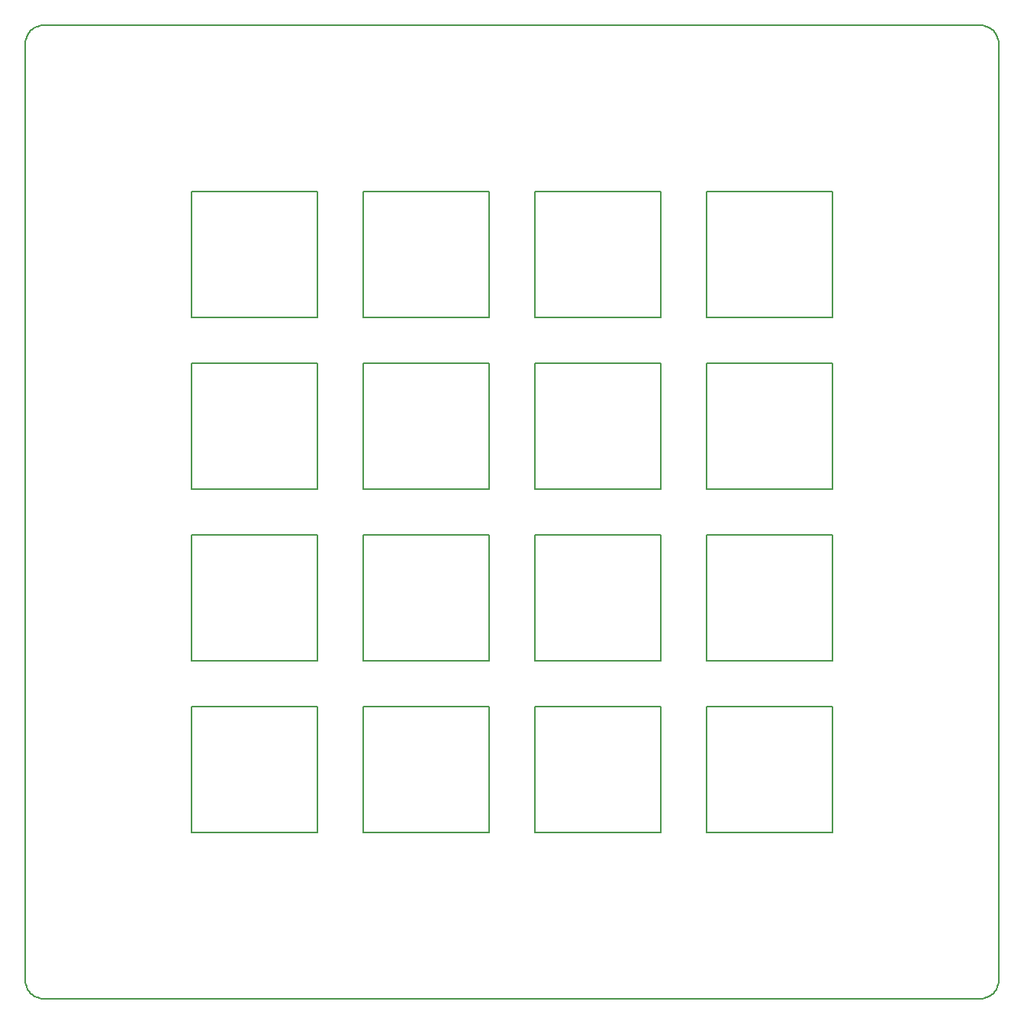
<source format=gm1>
G04 #@! TF.GenerationSoftware,KiCad,Pcbnew,(5.1.6)-1*
G04 #@! TF.CreationDate,2020-08-22T19:02:41+02:00*
G04 #@! TF.ProjectId,europa-switch-plate,6575726f-7061-42d7-9377-697463682d70,rev?*
G04 #@! TF.SameCoordinates,Original*
G04 #@! TF.FileFunction,Profile,NP*
%FSLAX46Y46*%
G04 Gerber Fmt 4.6, Leading zero omitted, Abs format (unit mm)*
G04 Created by KiCad (PCBNEW (5.1.6)-1) date 2020-08-22 19:02:41*
%MOMM*%
%LPD*%
G01*
G04 APERTURE LIST*
G04 #@! TA.AperFunction,Profile*
%ADD10C,0.200000*%
G04 #@! TD*
G04 APERTURE END LIST*
D10*
X115381253Y-61912500D02*
X115381253Y-75912501D01*
X167481250Y-75912501D02*
X167481250Y-61912500D01*
X134431253Y-119062500D02*
X134431253Y-133062499D01*
X202956252Y-151487500D02*
X98956252Y-151487500D01*
X115381253Y-94962499D02*
X129381254Y-94962499D01*
X186531252Y-114012498D02*
X186531252Y-100012498D01*
X115381253Y-133062499D02*
X129381254Y-133062499D01*
X172531253Y-100012498D02*
X172531253Y-114012498D01*
X172531253Y-119062500D02*
X172531253Y-133062499D01*
X172531253Y-114012498D02*
X186531252Y-114012498D01*
X153481251Y-100012498D02*
X153481251Y-114012498D01*
X148431252Y-133062499D02*
X148431252Y-119062500D01*
X167481250Y-114012498D02*
X167481250Y-100012498D01*
X167481250Y-133062499D02*
X167481250Y-119062500D01*
X134431253Y-133062499D02*
X148431252Y-133062499D01*
X167481250Y-100012498D02*
X153481251Y-100012498D01*
X153481251Y-119062500D02*
X153481251Y-133062499D01*
X172531253Y-94962499D02*
X186531252Y-94962499D01*
X172531253Y-133062499D02*
X186531252Y-133062499D01*
X134431253Y-94962499D02*
X148431252Y-94962499D01*
X129381254Y-75912501D02*
X129381254Y-61912500D01*
X134431253Y-100012498D02*
X134431253Y-114012498D01*
X153481251Y-80962500D02*
X153481251Y-94962499D01*
X186531252Y-119062500D02*
X172531253Y-119062500D01*
X129381254Y-80962500D02*
X115381253Y-80962500D01*
X134431253Y-75912501D02*
X148431252Y-75912501D01*
X129381254Y-133062499D02*
X129381254Y-119062500D01*
X129381254Y-119062500D02*
X115381253Y-119062500D01*
X167481250Y-61912500D02*
X153481251Y-61912500D01*
X153481251Y-133062499D02*
X167481250Y-133062499D01*
X204956252Y-149487500D02*
X204945926Y-149691988D01*
X204945926Y-149691988D02*
X204915619Y-149890569D01*
X204915619Y-149890569D02*
X204834892Y-150175166D01*
X204834892Y-150175166D02*
X204714862Y-150440818D01*
X204714862Y-150440818D02*
X204558922Y-150684131D01*
X204558922Y-150684131D02*
X204370465Y-150901713D01*
X204370465Y-150901713D02*
X204152884Y-151090170D01*
X204152884Y-151090170D02*
X203909570Y-151246110D01*
X203909570Y-151246110D02*
X203643919Y-151366140D01*
X203643919Y-151366140D02*
X203359321Y-151446867D01*
X203359321Y-151446867D02*
X203160740Y-151477174D01*
X203160740Y-151477174D02*
X202956252Y-151487500D01*
X153481251Y-61912500D02*
X153481251Y-75912501D01*
X129381254Y-61912500D02*
X115381253Y-61912500D01*
X186531252Y-133062499D02*
X186531252Y-119062500D01*
X98956252Y-43487500D02*
X202956252Y-43487500D01*
X115381253Y-119062500D02*
X115381253Y-133062499D01*
X148431252Y-80962500D02*
X134431253Y-80962500D01*
X202956252Y-43487500D02*
X203160740Y-43497825D01*
X203160740Y-43497825D02*
X203359321Y-43528132D01*
X203359321Y-43528132D02*
X203643919Y-43608859D01*
X203643919Y-43608859D02*
X203909570Y-43728889D01*
X203909570Y-43728889D02*
X204152884Y-43884829D01*
X204152884Y-43884829D02*
X204370465Y-44073286D01*
X204370465Y-44073286D02*
X204558922Y-44290867D01*
X204558922Y-44290867D02*
X204714862Y-44534181D01*
X204714862Y-44534181D02*
X204834892Y-44799832D01*
X204834892Y-44799832D02*
X204915619Y-45084430D01*
X204915619Y-45084430D02*
X204945926Y-45283011D01*
X204945926Y-45283011D02*
X204956252Y-45487500D01*
X204956252Y-45487500D02*
X204956252Y-149487500D01*
X115381253Y-75912501D02*
X129381254Y-75912501D01*
X148431252Y-119062500D02*
X134431253Y-119062500D01*
X186531252Y-100012498D02*
X172531253Y-100012498D01*
X129381254Y-100012498D02*
X115381253Y-100012498D01*
X172531253Y-61912500D02*
X172531253Y-75912501D01*
X129381254Y-94962499D02*
X129381254Y-80962500D01*
X186531252Y-61912500D02*
X172531253Y-61912500D01*
X186531252Y-75912501D02*
X186531252Y-61912500D01*
X148431252Y-100012498D02*
X134431253Y-100012498D01*
X148431252Y-61912500D02*
X134431253Y-61912500D01*
X153481251Y-94962499D02*
X167481250Y-94962499D01*
X148431252Y-114012498D02*
X148431252Y-100012498D01*
X153481251Y-114012498D02*
X167481250Y-114012498D01*
X153481251Y-75912501D02*
X167481250Y-75912501D01*
X134431253Y-61912500D02*
X134431253Y-75912501D01*
X129381254Y-114012498D02*
X129381254Y-100012498D01*
X167481250Y-80962500D02*
X153481251Y-80962500D01*
X148431252Y-94962499D02*
X148431252Y-80962500D01*
X186531252Y-80962500D02*
X172531253Y-80962500D01*
X134431253Y-80962500D02*
X134431253Y-94962499D01*
X115381253Y-100012498D02*
X115381253Y-114012498D01*
X148431252Y-75912501D02*
X148431252Y-61912500D01*
X115381253Y-114012498D02*
X129381254Y-114012498D01*
X186531252Y-94962499D02*
X186531252Y-80962500D01*
X172531253Y-75912501D02*
X186531252Y-75912501D01*
X115381253Y-80962500D02*
X115381253Y-94962499D01*
X96956252Y-149487500D02*
X96956252Y-45487500D01*
X134431253Y-114012498D02*
X148431252Y-114012498D01*
X96956252Y-45487500D02*
X96966577Y-45283011D01*
X96966577Y-45283011D02*
X96996884Y-45084430D01*
X96996884Y-45084430D02*
X97077611Y-44799832D01*
X97077611Y-44799832D02*
X97197641Y-44534181D01*
X97197641Y-44534181D02*
X97353581Y-44290867D01*
X97353581Y-44290867D02*
X97542038Y-44073286D01*
X97542038Y-44073286D02*
X97759620Y-43884829D01*
X97759620Y-43884829D02*
X98002933Y-43728889D01*
X98002933Y-43728889D02*
X98268585Y-43608859D01*
X98268585Y-43608859D02*
X98553182Y-43528132D01*
X98553182Y-43528132D02*
X98751763Y-43497825D01*
X98751763Y-43497825D02*
X98956252Y-43487500D01*
X98956252Y-151487500D02*
X98751763Y-151477174D01*
X98751763Y-151477174D02*
X98553182Y-151446867D01*
X98553182Y-151446867D02*
X98268585Y-151366140D01*
X98268585Y-151366140D02*
X98002933Y-151246110D01*
X98002933Y-151246110D02*
X97759620Y-151090170D01*
X97759620Y-151090170D02*
X97542038Y-150901713D01*
X97542038Y-150901713D02*
X97353581Y-150684131D01*
X97353581Y-150684131D02*
X97197641Y-150440818D01*
X97197641Y-150440818D02*
X97077611Y-150175166D01*
X97077611Y-150175166D02*
X96996884Y-149890569D01*
X96996884Y-149890569D02*
X96966577Y-149691988D01*
X96966577Y-149691988D02*
X96956252Y-149487500D01*
X167481250Y-94962499D02*
X167481250Y-80962500D01*
X172531253Y-80962500D02*
X172531253Y-94962499D01*
X167481250Y-119062500D02*
X153481251Y-119062500D01*
M02*

</source>
